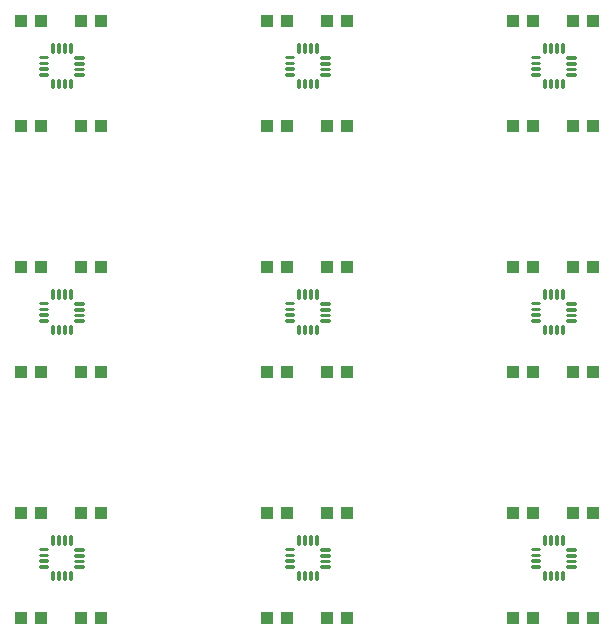
<source format=gtp>
G75*
%MOIN*%
%OFA0B0*%
%FSLAX25Y25*%
%IPPOS*%
%LPD*%
%AMOC8*
5,1,8,0,0,1.08239X$1,22.5*
%
%ADD10C,0.00886*%
%ADD11R,0.04331X0.03937*%
D10*
X0037893Y0040944D02*
X0040353Y0040944D01*
X0037893Y0040944D02*
X0037893Y0041238D01*
X0040353Y0041238D01*
X0040353Y0040944D01*
X0040353Y0042913D02*
X0037893Y0042913D01*
X0037893Y0043207D01*
X0040353Y0043207D01*
X0040353Y0042913D01*
X0040353Y0044881D02*
X0037893Y0044881D01*
X0037893Y0045175D01*
X0040353Y0045175D01*
X0040353Y0044881D01*
X0040353Y0046850D02*
X0037893Y0046850D01*
X0037893Y0047144D01*
X0040353Y0047144D01*
X0040353Y0046850D01*
X0042270Y0048728D02*
X0042270Y0051188D01*
X0042270Y0048728D02*
X0041976Y0048728D01*
X0041976Y0051188D01*
X0042270Y0051188D01*
X0042270Y0049613D02*
X0041976Y0049613D01*
X0041976Y0050498D02*
X0042270Y0050498D01*
X0044238Y0051188D02*
X0044238Y0048728D01*
X0043944Y0048728D01*
X0043944Y0051188D01*
X0044238Y0051188D01*
X0044238Y0049613D02*
X0043944Y0049613D01*
X0043944Y0050498D02*
X0044238Y0050498D01*
X0046207Y0051188D02*
X0046207Y0048728D01*
X0045913Y0048728D01*
X0045913Y0051188D01*
X0046207Y0051188D01*
X0046207Y0049613D02*
X0045913Y0049613D01*
X0045913Y0050498D02*
X0046207Y0050498D01*
X0048175Y0051188D02*
X0048175Y0048728D01*
X0047881Y0048728D01*
X0047881Y0051188D01*
X0048175Y0051188D01*
X0048175Y0049613D02*
X0047881Y0049613D01*
X0047881Y0050498D02*
X0048175Y0050498D01*
X0049720Y0047105D02*
X0052180Y0047105D01*
X0052180Y0046811D01*
X0049720Y0046811D01*
X0049720Y0047105D01*
X0049720Y0045136D02*
X0052180Y0045136D01*
X0052180Y0044842D01*
X0049720Y0044842D01*
X0049720Y0045136D01*
X0049720Y0043168D02*
X0052180Y0043168D01*
X0052180Y0042874D01*
X0049720Y0042874D01*
X0049720Y0043168D01*
X0049720Y0041199D02*
X0052180Y0041199D01*
X0052180Y0040905D01*
X0049720Y0040905D01*
X0049720Y0041199D01*
X0047881Y0039361D02*
X0047881Y0036901D01*
X0047881Y0039361D02*
X0048175Y0039361D01*
X0048175Y0036901D01*
X0047881Y0036901D01*
X0047881Y0037786D02*
X0048175Y0037786D01*
X0048175Y0038671D02*
X0047881Y0038671D01*
X0045913Y0039361D02*
X0045913Y0036901D01*
X0045913Y0039361D02*
X0046207Y0039361D01*
X0046207Y0036901D01*
X0045913Y0036901D01*
X0045913Y0037786D02*
X0046207Y0037786D01*
X0046207Y0038671D02*
X0045913Y0038671D01*
X0043944Y0039361D02*
X0043944Y0036901D01*
X0043944Y0039361D02*
X0044238Y0039361D01*
X0044238Y0036901D01*
X0043944Y0036901D01*
X0043944Y0037786D02*
X0044238Y0037786D01*
X0044238Y0038671D02*
X0043944Y0038671D01*
X0041976Y0039361D02*
X0041976Y0036901D01*
X0041976Y0039361D02*
X0042270Y0039361D01*
X0042270Y0036901D01*
X0041976Y0036901D01*
X0041976Y0037786D02*
X0042270Y0037786D01*
X0042270Y0038671D02*
X0041976Y0038671D01*
X0119893Y0040944D02*
X0122353Y0040944D01*
X0119893Y0040944D02*
X0119893Y0041238D01*
X0122353Y0041238D01*
X0122353Y0040944D01*
X0122353Y0042913D02*
X0119893Y0042913D01*
X0119893Y0043207D01*
X0122353Y0043207D01*
X0122353Y0042913D01*
X0122353Y0044881D02*
X0119893Y0044881D01*
X0119893Y0045175D01*
X0122353Y0045175D01*
X0122353Y0044881D01*
X0122353Y0046850D02*
X0119893Y0046850D01*
X0119893Y0047144D01*
X0122353Y0047144D01*
X0122353Y0046850D01*
X0124270Y0048728D02*
X0124270Y0051188D01*
X0124270Y0048728D02*
X0123976Y0048728D01*
X0123976Y0051188D01*
X0124270Y0051188D01*
X0124270Y0049613D02*
X0123976Y0049613D01*
X0123976Y0050498D02*
X0124270Y0050498D01*
X0126238Y0051188D02*
X0126238Y0048728D01*
X0125944Y0048728D01*
X0125944Y0051188D01*
X0126238Y0051188D01*
X0126238Y0049613D02*
X0125944Y0049613D01*
X0125944Y0050498D02*
X0126238Y0050498D01*
X0128207Y0051188D02*
X0128207Y0048728D01*
X0127913Y0048728D01*
X0127913Y0051188D01*
X0128207Y0051188D01*
X0128207Y0049613D02*
X0127913Y0049613D01*
X0127913Y0050498D02*
X0128207Y0050498D01*
X0130175Y0051188D02*
X0130175Y0048728D01*
X0129881Y0048728D01*
X0129881Y0051188D01*
X0130175Y0051188D01*
X0130175Y0049613D02*
X0129881Y0049613D01*
X0129881Y0050498D02*
X0130175Y0050498D01*
X0131720Y0047105D02*
X0134180Y0047105D01*
X0134180Y0046811D01*
X0131720Y0046811D01*
X0131720Y0047105D01*
X0131720Y0045136D02*
X0134180Y0045136D01*
X0134180Y0044842D01*
X0131720Y0044842D01*
X0131720Y0045136D01*
X0131720Y0043168D02*
X0134180Y0043168D01*
X0134180Y0042874D01*
X0131720Y0042874D01*
X0131720Y0043168D01*
X0131720Y0041199D02*
X0134180Y0041199D01*
X0134180Y0040905D01*
X0131720Y0040905D01*
X0131720Y0041199D01*
X0129881Y0039361D02*
X0129881Y0036901D01*
X0129881Y0039361D02*
X0130175Y0039361D01*
X0130175Y0036901D01*
X0129881Y0036901D01*
X0129881Y0037786D02*
X0130175Y0037786D01*
X0130175Y0038671D02*
X0129881Y0038671D01*
X0127913Y0039361D02*
X0127913Y0036901D01*
X0127913Y0039361D02*
X0128207Y0039361D01*
X0128207Y0036901D01*
X0127913Y0036901D01*
X0127913Y0037786D02*
X0128207Y0037786D01*
X0128207Y0038671D02*
X0127913Y0038671D01*
X0125944Y0039361D02*
X0125944Y0036901D01*
X0125944Y0039361D02*
X0126238Y0039361D01*
X0126238Y0036901D01*
X0125944Y0036901D01*
X0125944Y0037786D02*
X0126238Y0037786D01*
X0126238Y0038671D02*
X0125944Y0038671D01*
X0123976Y0039361D02*
X0123976Y0036901D01*
X0123976Y0039361D02*
X0124270Y0039361D01*
X0124270Y0036901D01*
X0123976Y0036901D01*
X0123976Y0037786D02*
X0124270Y0037786D01*
X0124270Y0038671D02*
X0123976Y0038671D01*
X0201893Y0040944D02*
X0204353Y0040944D01*
X0201893Y0040944D02*
X0201893Y0041238D01*
X0204353Y0041238D01*
X0204353Y0040944D01*
X0204353Y0042913D02*
X0201893Y0042913D01*
X0201893Y0043207D01*
X0204353Y0043207D01*
X0204353Y0042913D01*
X0204353Y0044881D02*
X0201893Y0044881D01*
X0201893Y0045175D01*
X0204353Y0045175D01*
X0204353Y0044881D01*
X0204353Y0046850D02*
X0201893Y0046850D01*
X0201893Y0047144D01*
X0204353Y0047144D01*
X0204353Y0046850D01*
X0206270Y0048728D02*
X0206270Y0051188D01*
X0206270Y0048728D02*
X0205976Y0048728D01*
X0205976Y0051188D01*
X0206270Y0051188D01*
X0206270Y0049613D02*
X0205976Y0049613D01*
X0205976Y0050498D02*
X0206270Y0050498D01*
X0208238Y0051188D02*
X0208238Y0048728D01*
X0207944Y0048728D01*
X0207944Y0051188D01*
X0208238Y0051188D01*
X0208238Y0049613D02*
X0207944Y0049613D01*
X0207944Y0050498D02*
X0208238Y0050498D01*
X0210207Y0051188D02*
X0210207Y0048728D01*
X0209913Y0048728D01*
X0209913Y0051188D01*
X0210207Y0051188D01*
X0210207Y0049613D02*
X0209913Y0049613D01*
X0209913Y0050498D02*
X0210207Y0050498D01*
X0212175Y0051188D02*
X0212175Y0048728D01*
X0211881Y0048728D01*
X0211881Y0051188D01*
X0212175Y0051188D01*
X0212175Y0049613D02*
X0211881Y0049613D01*
X0211881Y0050498D02*
X0212175Y0050498D01*
X0213720Y0047105D02*
X0216180Y0047105D01*
X0216180Y0046811D01*
X0213720Y0046811D01*
X0213720Y0047105D01*
X0213720Y0045136D02*
X0216180Y0045136D01*
X0216180Y0044842D01*
X0213720Y0044842D01*
X0213720Y0045136D01*
X0213720Y0043168D02*
X0216180Y0043168D01*
X0216180Y0042874D01*
X0213720Y0042874D01*
X0213720Y0043168D01*
X0213720Y0041199D02*
X0216180Y0041199D01*
X0216180Y0040905D01*
X0213720Y0040905D01*
X0213720Y0041199D01*
X0211881Y0039361D02*
X0211881Y0036901D01*
X0211881Y0039361D02*
X0212175Y0039361D01*
X0212175Y0036901D01*
X0211881Y0036901D01*
X0211881Y0037786D02*
X0212175Y0037786D01*
X0212175Y0038671D02*
X0211881Y0038671D01*
X0209913Y0039361D02*
X0209913Y0036901D01*
X0209913Y0039361D02*
X0210207Y0039361D01*
X0210207Y0036901D01*
X0209913Y0036901D01*
X0209913Y0037786D02*
X0210207Y0037786D01*
X0210207Y0038671D02*
X0209913Y0038671D01*
X0207944Y0039361D02*
X0207944Y0036901D01*
X0207944Y0039361D02*
X0208238Y0039361D01*
X0208238Y0036901D01*
X0207944Y0036901D01*
X0207944Y0037786D02*
X0208238Y0037786D01*
X0208238Y0038671D02*
X0207944Y0038671D01*
X0205976Y0039361D02*
X0205976Y0036901D01*
X0205976Y0039361D02*
X0206270Y0039361D01*
X0206270Y0036901D01*
X0205976Y0036901D01*
X0205976Y0037786D02*
X0206270Y0037786D01*
X0206270Y0038671D02*
X0205976Y0038671D01*
X0205976Y0118901D02*
X0205976Y0121361D01*
X0206270Y0121361D01*
X0206270Y0118901D01*
X0205976Y0118901D01*
X0205976Y0119786D02*
X0206270Y0119786D01*
X0206270Y0120671D02*
X0205976Y0120671D01*
X0207944Y0121361D02*
X0207944Y0118901D01*
X0207944Y0121361D02*
X0208238Y0121361D01*
X0208238Y0118901D01*
X0207944Y0118901D01*
X0207944Y0119786D02*
X0208238Y0119786D01*
X0208238Y0120671D02*
X0207944Y0120671D01*
X0209913Y0121361D02*
X0209913Y0118901D01*
X0209913Y0121361D02*
X0210207Y0121361D01*
X0210207Y0118901D01*
X0209913Y0118901D01*
X0209913Y0119786D02*
X0210207Y0119786D01*
X0210207Y0120671D02*
X0209913Y0120671D01*
X0211881Y0121361D02*
X0211881Y0118901D01*
X0211881Y0121361D02*
X0212175Y0121361D01*
X0212175Y0118901D01*
X0211881Y0118901D01*
X0211881Y0119786D02*
X0212175Y0119786D01*
X0212175Y0120671D02*
X0211881Y0120671D01*
X0213720Y0123199D02*
X0216180Y0123199D01*
X0216180Y0122905D01*
X0213720Y0122905D01*
X0213720Y0123199D01*
X0213720Y0125168D02*
X0216180Y0125168D01*
X0216180Y0124874D01*
X0213720Y0124874D01*
X0213720Y0125168D01*
X0213720Y0127136D02*
X0216180Y0127136D01*
X0216180Y0126842D01*
X0213720Y0126842D01*
X0213720Y0127136D01*
X0213720Y0129105D02*
X0216180Y0129105D01*
X0216180Y0128811D01*
X0213720Y0128811D01*
X0213720Y0129105D01*
X0212175Y0130728D02*
X0212175Y0133188D01*
X0212175Y0130728D02*
X0211881Y0130728D01*
X0211881Y0133188D01*
X0212175Y0133188D01*
X0212175Y0131613D02*
X0211881Y0131613D01*
X0211881Y0132498D02*
X0212175Y0132498D01*
X0210207Y0133188D02*
X0210207Y0130728D01*
X0209913Y0130728D01*
X0209913Y0133188D01*
X0210207Y0133188D01*
X0210207Y0131613D02*
X0209913Y0131613D01*
X0209913Y0132498D02*
X0210207Y0132498D01*
X0208238Y0133188D02*
X0208238Y0130728D01*
X0207944Y0130728D01*
X0207944Y0133188D01*
X0208238Y0133188D01*
X0208238Y0131613D02*
X0207944Y0131613D01*
X0207944Y0132498D02*
X0208238Y0132498D01*
X0206270Y0133188D02*
X0206270Y0130728D01*
X0205976Y0130728D01*
X0205976Y0133188D01*
X0206270Y0133188D01*
X0206270Y0131613D02*
X0205976Y0131613D01*
X0205976Y0132498D02*
X0206270Y0132498D01*
X0204353Y0128850D02*
X0201893Y0128850D01*
X0201893Y0129144D01*
X0204353Y0129144D01*
X0204353Y0128850D01*
X0204353Y0126881D02*
X0201893Y0126881D01*
X0201893Y0127175D01*
X0204353Y0127175D01*
X0204353Y0126881D01*
X0204353Y0124913D02*
X0201893Y0124913D01*
X0201893Y0125207D01*
X0204353Y0125207D01*
X0204353Y0124913D01*
X0204353Y0122944D02*
X0201893Y0122944D01*
X0201893Y0123238D01*
X0204353Y0123238D01*
X0204353Y0122944D01*
X0134180Y0123199D02*
X0131720Y0123199D01*
X0134180Y0123199D02*
X0134180Y0122905D01*
X0131720Y0122905D01*
X0131720Y0123199D01*
X0131720Y0125168D02*
X0134180Y0125168D01*
X0134180Y0124874D01*
X0131720Y0124874D01*
X0131720Y0125168D01*
X0131720Y0127136D02*
X0134180Y0127136D01*
X0134180Y0126842D01*
X0131720Y0126842D01*
X0131720Y0127136D01*
X0131720Y0129105D02*
X0134180Y0129105D01*
X0134180Y0128811D01*
X0131720Y0128811D01*
X0131720Y0129105D01*
X0130175Y0130728D02*
X0130175Y0133188D01*
X0130175Y0130728D02*
X0129881Y0130728D01*
X0129881Y0133188D01*
X0130175Y0133188D01*
X0130175Y0131613D02*
X0129881Y0131613D01*
X0129881Y0132498D02*
X0130175Y0132498D01*
X0128207Y0133188D02*
X0128207Y0130728D01*
X0127913Y0130728D01*
X0127913Y0133188D01*
X0128207Y0133188D01*
X0128207Y0131613D02*
X0127913Y0131613D01*
X0127913Y0132498D02*
X0128207Y0132498D01*
X0126238Y0133188D02*
X0126238Y0130728D01*
X0125944Y0130728D01*
X0125944Y0133188D01*
X0126238Y0133188D01*
X0126238Y0131613D02*
X0125944Y0131613D01*
X0125944Y0132498D02*
X0126238Y0132498D01*
X0124270Y0133188D02*
X0124270Y0130728D01*
X0123976Y0130728D01*
X0123976Y0133188D01*
X0124270Y0133188D01*
X0124270Y0131613D02*
X0123976Y0131613D01*
X0123976Y0132498D02*
X0124270Y0132498D01*
X0122353Y0128850D02*
X0119893Y0128850D01*
X0119893Y0129144D01*
X0122353Y0129144D01*
X0122353Y0128850D01*
X0122353Y0126881D02*
X0119893Y0126881D01*
X0119893Y0127175D01*
X0122353Y0127175D01*
X0122353Y0126881D01*
X0122353Y0124913D02*
X0119893Y0124913D01*
X0119893Y0125207D01*
X0122353Y0125207D01*
X0122353Y0124913D01*
X0122353Y0122944D02*
X0119893Y0122944D01*
X0119893Y0123238D01*
X0122353Y0123238D01*
X0122353Y0122944D01*
X0123976Y0121361D02*
X0123976Y0118901D01*
X0123976Y0121361D02*
X0124270Y0121361D01*
X0124270Y0118901D01*
X0123976Y0118901D01*
X0123976Y0119786D02*
X0124270Y0119786D01*
X0124270Y0120671D02*
X0123976Y0120671D01*
X0125944Y0121361D02*
X0125944Y0118901D01*
X0125944Y0121361D02*
X0126238Y0121361D01*
X0126238Y0118901D01*
X0125944Y0118901D01*
X0125944Y0119786D02*
X0126238Y0119786D01*
X0126238Y0120671D02*
X0125944Y0120671D01*
X0127913Y0121361D02*
X0127913Y0118901D01*
X0127913Y0121361D02*
X0128207Y0121361D01*
X0128207Y0118901D01*
X0127913Y0118901D01*
X0127913Y0119786D02*
X0128207Y0119786D01*
X0128207Y0120671D02*
X0127913Y0120671D01*
X0129881Y0121361D02*
X0129881Y0118901D01*
X0129881Y0121361D02*
X0130175Y0121361D01*
X0130175Y0118901D01*
X0129881Y0118901D01*
X0129881Y0119786D02*
X0130175Y0119786D01*
X0130175Y0120671D02*
X0129881Y0120671D01*
X0052180Y0123199D02*
X0049720Y0123199D01*
X0052180Y0123199D02*
X0052180Y0122905D01*
X0049720Y0122905D01*
X0049720Y0123199D01*
X0049720Y0125168D02*
X0052180Y0125168D01*
X0052180Y0124874D01*
X0049720Y0124874D01*
X0049720Y0125168D01*
X0049720Y0127136D02*
X0052180Y0127136D01*
X0052180Y0126842D01*
X0049720Y0126842D01*
X0049720Y0127136D01*
X0049720Y0129105D02*
X0052180Y0129105D01*
X0052180Y0128811D01*
X0049720Y0128811D01*
X0049720Y0129105D01*
X0048175Y0130728D02*
X0048175Y0133188D01*
X0048175Y0130728D02*
X0047881Y0130728D01*
X0047881Y0133188D01*
X0048175Y0133188D01*
X0048175Y0131613D02*
X0047881Y0131613D01*
X0047881Y0132498D02*
X0048175Y0132498D01*
X0046207Y0133188D02*
X0046207Y0130728D01*
X0045913Y0130728D01*
X0045913Y0133188D01*
X0046207Y0133188D01*
X0046207Y0131613D02*
X0045913Y0131613D01*
X0045913Y0132498D02*
X0046207Y0132498D01*
X0044238Y0133188D02*
X0044238Y0130728D01*
X0043944Y0130728D01*
X0043944Y0133188D01*
X0044238Y0133188D01*
X0044238Y0131613D02*
X0043944Y0131613D01*
X0043944Y0132498D02*
X0044238Y0132498D01*
X0042270Y0133188D02*
X0042270Y0130728D01*
X0041976Y0130728D01*
X0041976Y0133188D01*
X0042270Y0133188D01*
X0042270Y0131613D02*
X0041976Y0131613D01*
X0041976Y0132498D02*
X0042270Y0132498D01*
X0040353Y0128850D02*
X0037893Y0128850D01*
X0037893Y0129144D01*
X0040353Y0129144D01*
X0040353Y0128850D01*
X0040353Y0126881D02*
X0037893Y0126881D01*
X0037893Y0127175D01*
X0040353Y0127175D01*
X0040353Y0126881D01*
X0040353Y0124913D02*
X0037893Y0124913D01*
X0037893Y0125207D01*
X0040353Y0125207D01*
X0040353Y0124913D01*
X0040353Y0122944D02*
X0037893Y0122944D01*
X0037893Y0123238D01*
X0040353Y0123238D01*
X0040353Y0122944D01*
X0041976Y0121361D02*
X0041976Y0118901D01*
X0041976Y0121361D02*
X0042270Y0121361D01*
X0042270Y0118901D01*
X0041976Y0118901D01*
X0041976Y0119786D02*
X0042270Y0119786D01*
X0042270Y0120671D02*
X0041976Y0120671D01*
X0043944Y0121361D02*
X0043944Y0118901D01*
X0043944Y0121361D02*
X0044238Y0121361D01*
X0044238Y0118901D01*
X0043944Y0118901D01*
X0043944Y0119786D02*
X0044238Y0119786D01*
X0044238Y0120671D02*
X0043944Y0120671D01*
X0045913Y0121361D02*
X0045913Y0118901D01*
X0045913Y0121361D02*
X0046207Y0121361D01*
X0046207Y0118901D01*
X0045913Y0118901D01*
X0045913Y0119786D02*
X0046207Y0119786D01*
X0046207Y0120671D02*
X0045913Y0120671D01*
X0047881Y0121361D02*
X0047881Y0118901D01*
X0047881Y0121361D02*
X0048175Y0121361D01*
X0048175Y0118901D01*
X0047881Y0118901D01*
X0047881Y0119786D02*
X0048175Y0119786D01*
X0048175Y0120671D02*
X0047881Y0120671D01*
X0047881Y0200901D02*
X0047881Y0203361D01*
X0048175Y0203361D01*
X0048175Y0200901D01*
X0047881Y0200901D01*
X0047881Y0201786D02*
X0048175Y0201786D01*
X0048175Y0202671D02*
X0047881Y0202671D01*
X0045913Y0203361D02*
X0045913Y0200901D01*
X0045913Y0203361D02*
X0046207Y0203361D01*
X0046207Y0200901D01*
X0045913Y0200901D01*
X0045913Y0201786D02*
X0046207Y0201786D01*
X0046207Y0202671D02*
X0045913Y0202671D01*
X0043944Y0203361D02*
X0043944Y0200901D01*
X0043944Y0203361D02*
X0044238Y0203361D01*
X0044238Y0200901D01*
X0043944Y0200901D01*
X0043944Y0201786D02*
X0044238Y0201786D01*
X0044238Y0202671D02*
X0043944Y0202671D01*
X0041976Y0203361D02*
X0041976Y0200901D01*
X0041976Y0203361D02*
X0042270Y0203361D01*
X0042270Y0200901D01*
X0041976Y0200901D01*
X0041976Y0201786D02*
X0042270Y0201786D01*
X0042270Y0202671D02*
X0041976Y0202671D01*
X0040353Y0204944D02*
X0037893Y0204944D01*
X0037893Y0205238D01*
X0040353Y0205238D01*
X0040353Y0204944D01*
X0040353Y0206913D02*
X0037893Y0206913D01*
X0037893Y0207207D01*
X0040353Y0207207D01*
X0040353Y0206913D01*
X0040353Y0208881D02*
X0037893Y0208881D01*
X0037893Y0209175D01*
X0040353Y0209175D01*
X0040353Y0208881D01*
X0040353Y0210850D02*
X0037893Y0210850D01*
X0037893Y0211144D01*
X0040353Y0211144D01*
X0040353Y0210850D01*
X0042270Y0212728D02*
X0042270Y0215188D01*
X0042270Y0212728D02*
X0041976Y0212728D01*
X0041976Y0215188D01*
X0042270Y0215188D01*
X0042270Y0213613D02*
X0041976Y0213613D01*
X0041976Y0214498D02*
X0042270Y0214498D01*
X0044238Y0215188D02*
X0044238Y0212728D01*
X0043944Y0212728D01*
X0043944Y0215188D01*
X0044238Y0215188D01*
X0044238Y0213613D02*
X0043944Y0213613D01*
X0043944Y0214498D02*
X0044238Y0214498D01*
X0046207Y0215188D02*
X0046207Y0212728D01*
X0045913Y0212728D01*
X0045913Y0215188D01*
X0046207Y0215188D01*
X0046207Y0213613D02*
X0045913Y0213613D01*
X0045913Y0214498D02*
X0046207Y0214498D01*
X0048175Y0215188D02*
X0048175Y0212728D01*
X0047881Y0212728D01*
X0047881Y0215188D01*
X0048175Y0215188D01*
X0048175Y0213613D02*
X0047881Y0213613D01*
X0047881Y0214498D02*
X0048175Y0214498D01*
X0049720Y0211105D02*
X0052180Y0211105D01*
X0052180Y0210811D01*
X0049720Y0210811D01*
X0049720Y0211105D01*
X0049720Y0209136D02*
X0052180Y0209136D01*
X0052180Y0208842D01*
X0049720Y0208842D01*
X0049720Y0209136D01*
X0049720Y0207168D02*
X0052180Y0207168D01*
X0052180Y0206874D01*
X0049720Y0206874D01*
X0049720Y0207168D01*
X0049720Y0205199D02*
X0052180Y0205199D01*
X0052180Y0204905D01*
X0049720Y0204905D01*
X0049720Y0205199D01*
X0119893Y0204944D02*
X0122353Y0204944D01*
X0119893Y0204944D02*
X0119893Y0205238D01*
X0122353Y0205238D01*
X0122353Y0204944D01*
X0122353Y0206913D02*
X0119893Y0206913D01*
X0119893Y0207207D01*
X0122353Y0207207D01*
X0122353Y0206913D01*
X0122353Y0208881D02*
X0119893Y0208881D01*
X0119893Y0209175D01*
X0122353Y0209175D01*
X0122353Y0208881D01*
X0122353Y0210850D02*
X0119893Y0210850D01*
X0119893Y0211144D01*
X0122353Y0211144D01*
X0122353Y0210850D01*
X0124270Y0212728D02*
X0124270Y0215188D01*
X0124270Y0212728D02*
X0123976Y0212728D01*
X0123976Y0215188D01*
X0124270Y0215188D01*
X0124270Y0213613D02*
X0123976Y0213613D01*
X0123976Y0214498D02*
X0124270Y0214498D01*
X0126238Y0215188D02*
X0126238Y0212728D01*
X0125944Y0212728D01*
X0125944Y0215188D01*
X0126238Y0215188D01*
X0126238Y0213613D02*
X0125944Y0213613D01*
X0125944Y0214498D02*
X0126238Y0214498D01*
X0128207Y0215188D02*
X0128207Y0212728D01*
X0127913Y0212728D01*
X0127913Y0215188D01*
X0128207Y0215188D01*
X0128207Y0213613D02*
X0127913Y0213613D01*
X0127913Y0214498D02*
X0128207Y0214498D01*
X0130175Y0215188D02*
X0130175Y0212728D01*
X0129881Y0212728D01*
X0129881Y0215188D01*
X0130175Y0215188D01*
X0130175Y0213613D02*
X0129881Y0213613D01*
X0129881Y0214498D02*
X0130175Y0214498D01*
X0131720Y0211105D02*
X0134180Y0211105D01*
X0134180Y0210811D01*
X0131720Y0210811D01*
X0131720Y0211105D01*
X0131720Y0209136D02*
X0134180Y0209136D01*
X0134180Y0208842D01*
X0131720Y0208842D01*
X0131720Y0209136D01*
X0131720Y0207168D02*
X0134180Y0207168D01*
X0134180Y0206874D01*
X0131720Y0206874D01*
X0131720Y0207168D01*
X0131720Y0205199D02*
X0134180Y0205199D01*
X0134180Y0204905D01*
X0131720Y0204905D01*
X0131720Y0205199D01*
X0129881Y0203361D02*
X0129881Y0200901D01*
X0129881Y0203361D02*
X0130175Y0203361D01*
X0130175Y0200901D01*
X0129881Y0200901D01*
X0129881Y0201786D02*
X0130175Y0201786D01*
X0130175Y0202671D02*
X0129881Y0202671D01*
X0127913Y0203361D02*
X0127913Y0200901D01*
X0127913Y0203361D02*
X0128207Y0203361D01*
X0128207Y0200901D01*
X0127913Y0200901D01*
X0127913Y0201786D02*
X0128207Y0201786D01*
X0128207Y0202671D02*
X0127913Y0202671D01*
X0125944Y0203361D02*
X0125944Y0200901D01*
X0125944Y0203361D02*
X0126238Y0203361D01*
X0126238Y0200901D01*
X0125944Y0200901D01*
X0125944Y0201786D02*
X0126238Y0201786D01*
X0126238Y0202671D02*
X0125944Y0202671D01*
X0123976Y0203361D02*
X0123976Y0200901D01*
X0123976Y0203361D02*
X0124270Y0203361D01*
X0124270Y0200901D01*
X0123976Y0200901D01*
X0123976Y0201786D02*
X0124270Y0201786D01*
X0124270Y0202671D02*
X0123976Y0202671D01*
X0201893Y0204944D02*
X0204353Y0204944D01*
X0201893Y0204944D02*
X0201893Y0205238D01*
X0204353Y0205238D01*
X0204353Y0204944D01*
X0204353Y0206913D02*
X0201893Y0206913D01*
X0201893Y0207207D01*
X0204353Y0207207D01*
X0204353Y0206913D01*
X0204353Y0208881D02*
X0201893Y0208881D01*
X0201893Y0209175D01*
X0204353Y0209175D01*
X0204353Y0208881D01*
X0204353Y0210850D02*
X0201893Y0210850D01*
X0201893Y0211144D01*
X0204353Y0211144D01*
X0204353Y0210850D01*
X0206270Y0212728D02*
X0206270Y0215188D01*
X0206270Y0212728D02*
X0205976Y0212728D01*
X0205976Y0215188D01*
X0206270Y0215188D01*
X0206270Y0213613D02*
X0205976Y0213613D01*
X0205976Y0214498D02*
X0206270Y0214498D01*
X0208238Y0215188D02*
X0208238Y0212728D01*
X0207944Y0212728D01*
X0207944Y0215188D01*
X0208238Y0215188D01*
X0208238Y0213613D02*
X0207944Y0213613D01*
X0207944Y0214498D02*
X0208238Y0214498D01*
X0210207Y0215188D02*
X0210207Y0212728D01*
X0209913Y0212728D01*
X0209913Y0215188D01*
X0210207Y0215188D01*
X0210207Y0213613D02*
X0209913Y0213613D01*
X0209913Y0214498D02*
X0210207Y0214498D01*
X0212175Y0215188D02*
X0212175Y0212728D01*
X0211881Y0212728D01*
X0211881Y0215188D01*
X0212175Y0215188D01*
X0212175Y0213613D02*
X0211881Y0213613D01*
X0211881Y0214498D02*
X0212175Y0214498D01*
X0213720Y0211105D02*
X0216180Y0211105D01*
X0216180Y0210811D01*
X0213720Y0210811D01*
X0213720Y0211105D01*
X0213720Y0209136D02*
X0216180Y0209136D01*
X0216180Y0208842D01*
X0213720Y0208842D01*
X0213720Y0209136D01*
X0213720Y0207168D02*
X0216180Y0207168D01*
X0216180Y0206874D01*
X0213720Y0206874D01*
X0213720Y0207168D01*
X0213720Y0205199D02*
X0216180Y0205199D01*
X0216180Y0204905D01*
X0213720Y0204905D01*
X0213720Y0205199D01*
X0211881Y0203361D02*
X0211881Y0200901D01*
X0211881Y0203361D02*
X0212175Y0203361D01*
X0212175Y0200901D01*
X0211881Y0200901D01*
X0211881Y0201786D02*
X0212175Y0201786D01*
X0212175Y0202671D02*
X0211881Y0202671D01*
X0209913Y0203361D02*
X0209913Y0200901D01*
X0209913Y0203361D02*
X0210207Y0203361D01*
X0210207Y0200901D01*
X0209913Y0200901D01*
X0209913Y0201786D02*
X0210207Y0201786D01*
X0210207Y0202671D02*
X0209913Y0202671D01*
X0207944Y0203361D02*
X0207944Y0200901D01*
X0207944Y0203361D02*
X0208238Y0203361D01*
X0208238Y0200901D01*
X0207944Y0200901D01*
X0207944Y0201786D02*
X0208238Y0201786D01*
X0208238Y0202671D02*
X0207944Y0202671D01*
X0205976Y0203361D02*
X0205976Y0200901D01*
X0205976Y0203361D02*
X0206270Y0203361D01*
X0206270Y0200901D01*
X0205976Y0200901D01*
X0205976Y0201786D02*
X0206270Y0201786D01*
X0206270Y0202671D02*
X0205976Y0202671D01*
D11*
X0031714Y0024060D03*
X0038406Y0024060D03*
X0051714Y0024060D03*
X0058406Y0024060D03*
X0058406Y0059060D03*
X0051714Y0059060D03*
X0038406Y0059060D03*
X0031714Y0059060D03*
X0031714Y0106060D03*
X0038406Y0106060D03*
X0051714Y0106060D03*
X0058406Y0106060D03*
X0058406Y0141060D03*
X0051714Y0141060D03*
X0038406Y0141060D03*
X0031714Y0141060D03*
X0031714Y0188060D03*
X0038406Y0188060D03*
X0051714Y0188060D03*
X0058406Y0188060D03*
X0058406Y0223060D03*
X0051714Y0223060D03*
X0038406Y0223060D03*
X0031714Y0223060D03*
X0113714Y0223060D03*
X0120406Y0223060D03*
X0133714Y0223060D03*
X0140406Y0223060D03*
X0140406Y0188060D03*
X0133714Y0188060D03*
X0120406Y0188060D03*
X0113714Y0188060D03*
X0113714Y0141060D03*
X0120406Y0141060D03*
X0133714Y0141060D03*
X0140406Y0141060D03*
X0140406Y0106060D03*
X0133714Y0106060D03*
X0120406Y0106060D03*
X0113714Y0106060D03*
X0113714Y0059060D03*
X0120406Y0059060D03*
X0133714Y0059060D03*
X0140406Y0059060D03*
X0140406Y0024060D03*
X0133714Y0024060D03*
X0120406Y0024060D03*
X0113714Y0024060D03*
X0195714Y0024060D03*
X0202406Y0024060D03*
X0215714Y0024060D03*
X0222406Y0024060D03*
X0222406Y0059060D03*
X0215714Y0059060D03*
X0202406Y0059060D03*
X0195714Y0059060D03*
X0195714Y0106060D03*
X0202406Y0106060D03*
X0215714Y0106060D03*
X0222406Y0106060D03*
X0222406Y0141060D03*
X0215714Y0141060D03*
X0202406Y0141060D03*
X0195714Y0141060D03*
X0195714Y0188060D03*
X0202406Y0188060D03*
X0215714Y0188060D03*
X0222406Y0188060D03*
X0222406Y0223060D03*
X0215714Y0223060D03*
X0202406Y0223060D03*
X0195714Y0223060D03*
M02*

</source>
